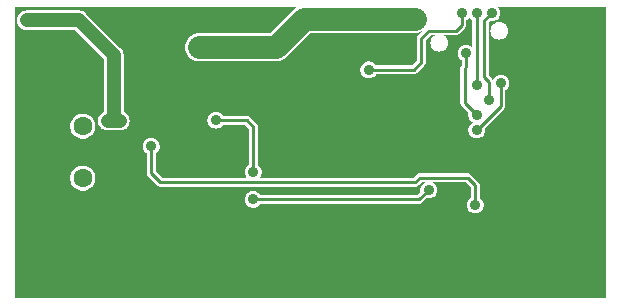
<source format=gbr>
G04 start of page 3 for group 1 idx 1 *
G04 Title: (unknown), bottom *
G04 Creator: pcb 20140316 *
G04 CreationDate: Wed 15 Apr 2020 03:13:27 PM GMT UTC *
G04 For: railfan *
G04 Format: Gerber/RS-274X *
G04 PCB-Dimensions (mil): 2000.00 1000.00 *
G04 PCB-Coordinate-Origin: lower left *
%MOIN*%
%FSLAX25Y25*%
%LNBOTTOM*%
%ADD43C,0.0433*%
%ADD42C,0.0390*%
%ADD41C,0.0200*%
%ADD40C,0.0360*%
%ADD39C,0.0633*%
%ADD38C,0.0450*%
%ADD37C,0.0100*%
%ADD36C,0.0750*%
%ADD35C,0.0001*%
G54D35*G36*
X100996Y38500D02*X134941D01*
X135000Y38495D01*
X135235Y38514D01*
X135235Y38514D01*
X135465Y38569D01*
X135683Y38659D01*
X135884Y38783D01*
X136064Y38936D01*
X136102Y38981D01*
X137121Y40000D01*
X138221D01*
X137849Y39772D01*
X137514Y39486D01*
X137228Y39151D01*
X136997Y38775D01*
X136829Y38368D01*
X136726Y37939D01*
X136691Y37500D01*
X136726Y37061D01*
X136767Y36889D01*
X135655Y35776D01*
X100996D01*
Y38500D01*
G37*
G36*
X162995Y62874D02*X164519Y64398D01*
X164564Y64436D01*
X164717Y64615D01*
X164717Y64616D01*
X164841Y64817D01*
X164931Y65035D01*
X164986Y65265D01*
X165005Y65500D01*
X165000Y65559D01*
Y70635D01*
X165151Y70728D01*
X165486Y71014D01*
X165772Y71349D01*
X166003Y71725D01*
X166171Y72132D01*
X166274Y72561D01*
X166300Y73000D01*
X166274Y73439D01*
X166171Y73868D01*
X166003Y74275D01*
X165772Y74651D01*
X165486Y74986D01*
X165151Y75272D01*
X164775Y75503D01*
X164368Y75671D01*
X163939Y75774D01*
X163500Y75809D01*
X163061Y75774D01*
X162995Y75758D01*
Y87541D01*
X163000Y87541D01*
X163463Y87577D01*
X163914Y87686D01*
X164343Y87863D01*
X164739Y88106D01*
X165092Y88408D01*
X165394Y88761D01*
X165637Y89157D01*
X165814Y89586D01*
X165923Y90037D01*
X165950Y90500D01*
X165923Y90963D01*
X165814Y91414D01*
X165637Y91843D01*
X165394Y92239D01*
X165092Y92592D01*
X164739Y92894D01*
X164343Y93137D01*
X163914Y93314D01*
X163463Y93423D01*
X163000Y93459D01*
X162995Y93459D01*
Y95213D01*
X163003Y95225D01*
X163171Y95632D01*
X163274Y96061D01*
X163300Y96500D01*
X163274Y96939D01*
X163171Y97368D01*
X163003Y97775D01*
X162995Y97787D01*
Y98500D01*
X198500D01*
Y1500D01*
X162995D01*
Y62874D01*
G37*
G36*
Y97787D02*X162772Y98151D01*
X162486Y98486D01*
X162470Y98500D01*
X162995D01*
Y97787D01*
G37*
G36*
Y75758D02*X162632Y75671D01*
X162225Y75503D01*
X161849Y75272D01*
X161514Y74986D01*
X161228Y74651D01*
X160997Y74275D01*
X160900Y74040D01*
X160841Y74183D01*
X160717Y74384D01*
X160564Y74564D01*
X160519Y74602D01*
X159500Y75621D01*
Y93379D01*
X159889Y93767D01*
X160061Y93726D01*
X160500Y93691D01*
X160939Y93726D01*
X161368Y93829D01*
X161775Y93997D01*
X162151Y94228D01*
X162486Y94514D01*
X162772Y94849D01*
X162995Y95213D01*
Y93459D01*
X162537Y93423D01*
X162086Y93314D01*
X161657Y93137D01*
X161261Y92894D01*
X160908Y92592D01*
X160606Y92239D01*
X160363Y91843D01*
X160186Y91414D01*
X160077Y90963D01*
X160041Y90500D01*
X160077Y90037D01*
X160186Y89586D01*
X160363Y89157D01*
X160606Y88761D01*
X160908Y88408D01*
X161261Y88106D01*
X161657Y87863D01*
X162086Y87686D01*
X162537Y87577D01*
X162995Y87541D01*
Y75758D01*
G37*
G36*
X158233Y58111D02*X162995Y62874D01*
Y1500D01*
X100996D01*
Y32776D01*
X136217D01*
X136276Y32771D01*
X136511Y32790D01*
X136511Y32790D01*
X136741Y32845D01*
X136959Y32935D01*
X137160Y33059D01*
X137340Y33212D01*
X137378Y33257D01*
X138889Y34767D01*
X139061Y34726D01*
X139500Y34691D01*
X139939Y34726D01*
X140368Y34829D01*
X140775Y34997D01*
X141151Y35228D01*
X141486Y35514D01*
X141772Y35849D01*
X142003Y36225D01*
X142171Y36632D01*
X142274Y37061D01*
X142300Y37500D01*
X142274Y37939D01*
X142171Y38368D01*
X142003Y38775D01*
X141772Y39151D01*
X141486Y39486D01*
X141151Y39772D01*
X140779Y40000D01*
X151879D01*
X153500Y38379D01*
Y34865D01*
X153349Y34772D01*
X153014Y34486D01*
X152728Y34151D01*
X152497Y33775D01*
X152329Y33368D01*
X152226Y32939D01*
X152191Y32500D01*
X152226Y32061D01*
X152329Y31632D01*
X152497Y31225D01*
X152728Y30849D01*
X153014Y30514D01*
X153349Y30228D01*
X153725Y29997D01*
X154132Y29829D01*
X154561Y29726D01*
X155000Y29691D01*
X155439Y29726D01*
X155868Y29829D01*
X156275Y29997D01*
X156651Y30228D01*
X156986Y30514D01*
X157272Y30849D01*
X157503Y31225D01*
X157671Y31632D01*
X157774Y32061D01*
X157800Y32500D01*
X157774Y32939D01*
X157671Y33368D01*
X157503Y33775D01*
X157272Y34151D01*
X156986Y34486D01*
X156651Y34772D01*
X156500Y34865D01*
Y38941D01*
X156505Y39000D01*
X156486Y39235D01*
X156431Y39465D01*
X156341Y39683D01*
X156217Y39884D01*
X156064Y40064D01*
X156019Y40102D01*
X153602Y42519D01*
X153564Y42564D01*
X153384Y42717D01*
X153183Y42841D01*
X152965Y42931D01*
X152735Y42986D01*
X152500Y43005D01*
X152441Y43000D01*
X136559D01*
X136500Y43005D01*
X136265Y42986D01*
X136035Y42931D01*
X135817Y42841D01*
X135616Y42717D01*
X135615Y42717D01*
X135436Y42564D01*
X135398Y42519D01*
X134379Y41500D01*
X100996D01*
Y89750D01*
X135000D01*
X135745Y89794D01*
X136472Y89969D01*
X137112Y90234D01*
X135981Y89102D01*
X135936Y89064D01*
X135783Y88884D01*
X135659Y88683D01*
X135569Y88465D01*
X135514Y88235D01*
X135514Y88235D01*
X135495Y88000D01*
X135500Y87941D01*
Y80621D01*
X133879Y79000D01*
X121865D01*
X121772Y79151D01*
X121486Y79486D01*
X121151Y79772D01*
X120775Y80003D01*
X120368Y80171D01*
X119939Y80274D01*
X119500Y80309D01*
X119061Y80274D01*
X118632Y80171D01*
X118225Y80003D01*
X117849Y79772D01*
X117514Y79486D01*
X117228Y79151D01*
X116997Y78775D01*
X116829Y78368D01*
X116726Y77939D01*
X116691Y77500D01*
X116726Y77061D01*
X116829Y76632D01*
X116997Y76225D01*
X117228Y75849D01*
X117514Y75514D01*
X117849Y75228D01*
X118225Y74997D01*
X118632Y74829D01*
X119061Y74726D01*
X119500Y74691D01*
X119939Y74726D01*
X120368Y74829D01*
X120775Y74997D01*
X121151Y75228D01*
X121486Y75514D01*
X121772Y75849D01*
X121865Y76000D01*
X134441D01*
X134500Y75995D01*
X134735Y76014D01*
X134735Y76014D01*
X134965Y76069D01*
X135183Y76159D01*
X135384Y76283D01*
X135564Y76436D01*
X135602Y76481D01*
X138019Y78898D01*
X138064Y78936D01*
X138217Y79115D01*
X138217Y79116D01*
X138341Y79317D01*
X138431Y79535D01*
X138486Y79765D01*
X138505Y80000D01*
X138500Y80059D01*
Y87379D01*
X140121Y89000D01*
X141434D01*
X141261Y88894D01*
X140908Y88592D01*
X140606Y88239D01*
X140363Y87843D01*
X140186Y87414D01*
X140077Y86963D01*
X140041Y86500D01*
X140077Y86037D01*
X140186Y85586D01*
X140363Y85157D01*
X140606Y84761D01*
X140908Y84408D01*
X141261Y84106D01*
X141657Y83863D01*
X142086Y83686D01*
X142537Y83577D01*
X143000Y83541D01*
X143463Y83577D01*
X143914Y83686D01*
X144343Y83863D01*
X144739Y84106D01*
X145092Y84408D01*
X145394Y84761D01*
X145637Y85157D01*
X145814Y85586D01*
X145923Y86037D01*
X145950Y86500D01*
X145923Y86963D01*
X145814Y87414D01*
X145637Y87843D01*
X145394Y88239D01*
X145092Y88592D01*
X144739Y88894D01*
X144566Y89000D01*
X148441D01*
X148500Y88995D01*
X148735Y89014D01*
X148735Y89014D01*
X148965Y89069D01*
X149183Y89159D01*
X149384Y89283D01*
X149564Y89436D01*
X149602Y89481D01*
X151519Y91398D01*
X151564Y91436D01*
X151717Y91615D01*
X151717Y91616D01*
X151841Y91817D01*
X151931Y92035D01*
X151986Y92265D01*
X152005Y92500D01*
X152000Y92559D01*
Y94135D01*
X152151Y94228D01*
X152486Y94514D01*
X152772Y94849D01*
X153000Y95221D01*
X153228Y94849D01*
X153514Y94514D01*
X153849Y94228D01*
X154000Y94135D01*
Y84970D01*
X153986Y84986D01*
X153651Y85272D01*
X153275Y85503D01*
X152868Y85671D01*
X152439Y85774D01*
X152000Y85809D01*
X151561Y85774D01*
X151132Y85671D01*
X150725Y85503D01*
X150349Y85272D01*
X150014Y84986D01*
X149728Y84651D01*
X149497Y84275D01*
X149329Y83868D01*
X149226Y83439D01*
X149191Y83000D01*
X149226Y82561D01*
X149329Y82132D01*
X149497Y81725D01*
X149728Y81349D01*
X150014Y81014D01*
X150349Y80728D01*
X150500Y80635D01*
Y79121D01*
X150481Y79102D01*
X150436Y79064D01*
X150283Y78884D01*
X150159Y78683D01*
X150069Y78465D01*
X150014Y78235D01*
X150014Y78235D01*
X149995Y78000D01*
X150000Y77941D01*
Y66559D01*
X149995Y66500D01*
X150014Y66265D01*
X150069Y66035D01*
X150159Y65817D01*
X150283Y65616D01*
X150436Y65436D01*
X150481Y65398D01*
X152767Y63111D01*
X152726Y62939D01*
X152691Y62500D01*
X152726Y62061D01*
X152829Y61632D01*
X152997Y61225D01*
X153228Y60849D01*
X153514Y60514D01*
X153849Y60228D01*
X154221Y60000D01*
X153849Y59772D01*
X153514Y59486D01*
X153228Y59151D01*
X152997Y58775D01*
X152829Y58368D01*
X152726Y57939D01*
X152691Y57500D01*
X152726Y57061D01*
X152829Y56632D01*
X152997Y56225D01*
X153228Y55849D01*
X153514Y55514D01*
X153849Y55228D01*
X154225Y54997D01*
X154632Y54829D01*
X155061Y54726D01*
X155500Y54691D01*
X155939Y54726D01*
X156368Y54829D01*
X156775Y54997D01*
X157151Y55228D01*
X157486Y55514D01*
X157772Y55849D01*
X158003Y56225D01*
X158171Y56632D01*
X158274Y57061D01*
X158300Y57500D01*
X158274Y57939D01*
X158233Y58111D01*
G37*
G36*
X100996Y1500D02*X21000D01*
Y38580D01*
X21168Y38384D01*
X21666Y37958D01*
X22225Y37616D01*
X22831Y37365D01*
X23468Y37212D01*
X24122Y37160D01*
X24776Y37212D01*
X25413Y37365D01*
X26019Y37616D01*
X26578Y37958D01*
X27076Y38384D01*
X27502Y38883D01*
X27845Y39442D01*
X28096Y40047D01*
X28249Y40685D01*
X28287Y41339D01*
X28249Y41992D01*
X28096Y42630D01*
X27845Y43235D01*
X27502Y43794D01*
X27076Y44293D01*
X26578Y44719D01*
X26019Y45061D01*
X25413Y45312D01*
X24776Y45465D01*
X24122Y45517D01*
X23468Y45465D01*
X22831Y45312D01*
X22225Y45061D01*
X21666Y44719D01*
X21168Y44293D01*
X21000Y44097D01*
Y55903D01*
X21168Y55707D01*
X21666Y55281D01*
X22225Y54939D01*
X22831Y54688D01*
X23468Y54535D01*
X24122Y54483D01*
X24776Y54535D01*
X25413Y54688D01*
X26019Y54939D01*
X26578Y55281D01*
X27076Y55707D01*
X27502Y56206D01*
X27845Y56765D01*
X28096Y57370D01*
X28249Y58008D01*
X28287Y58661D01*
X28249Y59315D01*
X28096Y59953D01*
X27845Y60558D01*
X27502Y61117D01*
X27076Y61616D01*
X26578Y62042D01*
X26019Y62384D01*
X25413Y62635D01*
X24776Y62788D01*
X24122Y62840D01*
X23468Y62788D01*
X22831Y62635D01*
X22225Y62384D01*
X21666Y62042D01*
X21168Y61616D01*
X21000Y61420D01*
Y90750D01*
X21654D01*
X31250Y81154D01*
Y63500D01*
X31020Y63405D01*
X30584Y63137D01*
X30195Y62805D01*
X29863Y62416D01*
X29595Y61980D01*
X29400Y61507D01*
X29280Y61010D01*
X29240Y60500D01*
X29280Y59990D01*
X29400Y59493D01*
X29595Y59020D01*
X29863Y58584D01*
X30195Y58195D01*
X30584Y57863D01*
X31020Y57595D01*
X31493Y57400D01*
X31990Y57280D01*
X32500Y57250D01*
X34373D01*
X34500Y57240D01*
X34627Y57250D01*
X36500D01*
X37010Y57280D01*
X37507Y57400D01*
X37980Y57595D01*
X38416Y57863D01*
X38805Y58195D01*
X39137Y58584D01*
X39405Y59020D01*
X39600Y59493D01*
X39720Y59990D01*
X39760Y60500D01*
X39720Y61010D01*
X39600Y61507D01*
X39405Y61980D01*
X39137Y62416D01*
X38805Y62805D01*
X38416Y63137D01*
X37980Y63405D01*
X37750Y63500D01*
Y82373D01*
X37760Y82500D01*
X37720Y83010D01*
X37720Y83010D01*
X37600Y83507D01*
X37405Y83980D01*
X37137Y84416D01*
X36805Y84805D01*
X36708Y84888D01*
X25388Y96208D01*
X25305Y96305D01*
X24916Y96637D01*
X24480Y96905D01*
X24007Y97100D01*
X23510Y97220D01*
X23510Y97220D01*
X23000Y97260D01*
X22873Y97250D01*
X21000D01*
Y98500D01*
X95437D01*
X95199Y98355D01*
X95199Y98354D01*
X94631Y97869D01*
X94510Y97727D01*
X86532Y89750D01*
X63000D01*
X62255Y89706D01*
X61528Y89531D01*
X60837Y89245D01*
X60199Y88855D01*
X59631Y88369D01*
X59145Y87801D01*
X58755Y87163D01*
X58469Y86472D01*
X58294Y85745D01*
X58235Y85000D01*
X58294Y84255D01*
X58469Y83528D01*
X58755Y82837D01*
X59145Y82199D01*
X59631Y81631D01*
X60199Y81145D01*
X60837Y80755D01*
X61528Y80469D01*
X62255Y80294D01*
X63000Y80250D01*
X88314D01*
X88500Y80235D01*
X89245Y80294D01*
X89972Y80469D01*
X90663Y80755D01*
X91301Y81145D01*
X91869Y81631D01*
X91990Y81773D01*
X99968Y89750D01*
X100996D01*
Y41500D01*
X82970D01*
X82986Y41514D01*
X83272Y41849D01*
X83503Y42225D01*
X83671Y42632D01*
X83774Y43061D01*
X83800Y43500D01*
X83774Y43939D01*
X83671Y44368D01*
X83503Y44775D01*
X83272Y45151D01*
X82986Y45486D01*
X82651Y45772D01*
X82500Y45865D01*
Y58441D01*
X82505Y58500D01*
X82486Y58735D01*
X82431Y58965D01*
X82341Y59183D01*
X82217Y59384D01*
X82064Y59564D01*
X82019Y59602D01*
X79927Y61694D01*
X79889Y61739D01*
X79709Y61892D01*
X79508Y62016D01*
X79290Y62106D01*
X79060Y62161D01*
X79060Y62161D01*
X78825Y62180D01*
X78766Y62175D01*
X70865D01*
X70772Y62326D01*
X70486Y62661D01*
X70151Y62947D01*
X69775Y63178D01*
X69368Y63346D01*
X68939Y63449D01*
X68500Y63484D01*
X68061Y63449D01*
X67632Y63346D01*
X67225Y63178D01*
X66849Y62947D01*
X66514Y62661D01*
X66228Y62326D01*
X65997Y61950D01*
X65829Y61543D01*
X65726Y61114D01*
X65691Y60675D01*
X65726Y60236D01*
X65829Y59807D01*
X65997Y59400D01*
X66228Y59024D01*
X66514Y58689D01*
X66849Y58403D01*
X67225Y58172D01*
X67632Y58004D01*
X68061Y57901D01*
X68500Y57866D01*
X68939Y57901D01*
X69368Y58004D01*
X69775Y58172D01*
X70151Y58403D01*
X70486Y58689D01*
X70772Y59024D01*
X70865Y59175D01*
X78204D01*
X79500Y57879D01*
Y45865D01*
X79349Y45772D01*
X79014Y45486D01*
X78728Y45151D01*
X78497Y44775D01*
X78329Y44368D01*
X78226Y43939D01*
X78191Y43500D01*
X78226Y43061D01*
X78329Y42632D01*
X78497Y42225D01*
X78728Y41849D01*
X79014Y41514D01*
X79030Y41500D01*
X64000D01*
X64000Y41500D01*
X50621D01*
X48500Y43621D01*
Y49635D01*
X48651Y49728D01*
X48986Y50014D01*
X49272Y50349D01*
X49503Y50725D01*
X49671Y51132D01*
X49774Y51561D01*
X49800Y52000D01*
X49774Y52439D01*
X49671Y52868D01*
X49503Y53275D01*
X49272Y53651D01*
X48986Y53986D01*
X48651Y54272D01*
X48275Y54503D01*
X47868Y54671D01*
X47439Y54774D01*
X47000Y54809D01*
X46561Y54774D01*
X46132Y54671D01*
X45725Y54503D01*
X45349Y54272D01*
X45014Y53986D01*
X44728Y53651D01*
X44497Y53275D01*
X44329Y52868D01*
X44226Y52439D01*
X44191Y52000D01*
X44226Y51561D01*
X44329Y51132D01*
X44497Y50725D01*
X44728Y50349D01*
X45014Y50014D01*
X45349Y49728D01*
X45500Y49635D01*
Y43059D01*
X45495Y43000D01*
X45514Y42765D01*
X45569Y42535D01*
X45659Y42317D01*
X45783Y42116D01*
X45783Y42115D01*
X45936Y41936D01*
X45981Y41898D01*
X48898Y38981D01*
X48936Y38936D01*
X49116Y38783D01*
X49317Y38659D01*
X49535Y38569D01*
X49765Y38514D01*
X50000Y38495D01*
X50059Y38500D01*
X64000D01*
X64000Y38500D01*
X100996D01*
Y35776D01*
X83365D01*
X83272Y35927D01*
X82986Y36262D01*
X82651Y36548D01*
X82275Y36779D01*
X81868Y36947D01*
X81439Y37050D01*
X81000Y37085D01*
X80561Y37050D01*
X80132Y36947D01*
X79725Y36779D01*
X79349Y36548D01*
X79014Y36262D01*
X78728Y35927D01*
X78497Y35551D01*
X78329Y35144D01*
X78226Y34715D01*
X78191Y34276D01*
X78226Y33837D01*
X78329Y33408D01*
X78497Y33001D01*
X78728Y32625D01*
X79014Y32290D01*
X79349Y32004D01*
X79725Y31773D01*
X80132Y31605D01*
X80561Y31502D01*
X81000Y31467D01*
X81439Y31502D01*
X81868Y31605D01*
X82275Y31773D01*
X82651Y32004D01*
X82986Y32290D01*
X83272Y32625D01*
X83365Y32776D01*
X100996D01*
Y1500D01*
G37*
G36*
X21000D02*X1500D01*
Y98500D01*
X21000D01*
Y97250D01*
X5500D01*
X4990Y97220D01*
X4493Y97100D01*
X4020Y96905D01*
X3584Y96637D01*
X3195Y96305D01*
X2863Y95916D01*
X2595Y95480D01*
X2400Y95007D01*
X2280Y94510D01*
X2240Y94000D01*
X2280Y93490D01*
X2400Y92993D01*
X2595Y92520D01*
X2863Y92084D01*
X3195Y91695D01*
X3584Y91363D01*
X4020Y91095D01*
X4493Y90900D01*
X4990Y90780D01*
X5500Y90750D01*
X21000D01*
Y61420D01*
X20742Y61117D01*
X20399Y60558D01*
X20148Y59953D01*
X19995Y59315D01*
X19944Y58661D01*
X19995Y58008D01*
X20148Y57370D01*
X20399Y56765D01*
X20742Y56206D01*
X21000Y55903D01*
Y44097D01*
X20742Y43794D01*
X20399Y43235D01*
X20148Y42630D01*
X19995Y41992D01*
X19944Y41339D01*
X19995Y40685D01*
X20148Y40047D01*
X20399Y39442D01*
X20742Y38883D01*
X21000Y38580D01*
Y1500D01*
G37*
G54D36*X98000Y94500D02*X135000D01*
G54D37*X78825Y60675D02*X81000Y58500D01*
Y43500D01*
Y34276D02*X134276D01*
X63000Y40000D02*X135000D01*
X134224Y34276D02*X136276D01*
X64000Y40000D02*X50000D01*
X47000Y43000D01*
Y52000D01*
X137000Y88000D02*Y80000D01*
X134500Y77500D01*
X119500D01*
X68500Y60675D02*X78825D01*
G54D36*X63000Y85000D02*X88500D01*
X98000Y94500D01*
G54D38*X23000Y94000D02*X5500D01*
X23000D02*X34500Y82500D01*
Y60500D01*
X32500D02*X36500D01*
G54D37*X155500Y96500D02*Y72500D01*
X151500Y66500D02*X155500Y62500D01*
X151500Y66500D02*Y78000D01*
X152000Y78500D01*
Y83000D01*
X160500Y96500D02*X158000Y94000D01*
Y75000D01*
X159500Y73500D01*
Y67500D01*
X163500Y73000D02*Y65500D01*
X155500Y57500D01*
X135000Y40000D02*X136500Y41500D01*
X152500D01*
X155000Y39000D01*
Y32500D01*
X136276Y34276D02*X139500Y37500D01*
X150500Y96500D02*Y92500D01*
X148500Y90500D01*
X139500D01*
X137000Y88000D01*
G54D39*X24122Y58661D03*
Y41339D03*
G54D40*X126500Y85500D03*
X152000Y83000D03*
X147000D03*
X126000Y94500D03*
X119500Y77500D03*
X130500Y94500D03*
X135000D03*
X155500Y96500D03*
X160500D03*
X150500D03*
X81000Y43500D03*
X68500Y60675D03*
X81000Y34276D03*
X66000Y83500D03*
X53000Y72500D03*
X57500D03*
X69000Y86500D03*
X63000D03*
X139500Y37500D03*
X155500Y62500D03*
X155000Y32500D03*
X111000Y28500D03*
X115500D03*
X155500Y57500D03*
X106500Y28500D03*
X182000Y16000D03*
X81500Y15500D03*
X4000Y85500D03*
X9500Y94000D03*
X5500D03*
X17500D03*
X4000Y75500D03*
Y80500D03*
X19500Y15000D03*
X41500D03*
X37000Y39500D03*
X32500D03*
X44000Y72500D03*
X48500D03*
X47000Y52000D03*
X36500Y60500D03*
X32500D03*
X155500Y72500D03*
X159500Y67500D03*
X163500Y73000D03*
X179500Y76000D03*
Y81500D03*
Y87000D03*
X174000D03*
Y76000D03*
X176500Y65500D03*
X169000D03*
G54D41*G54D42*G54D43*M02*

</source>
